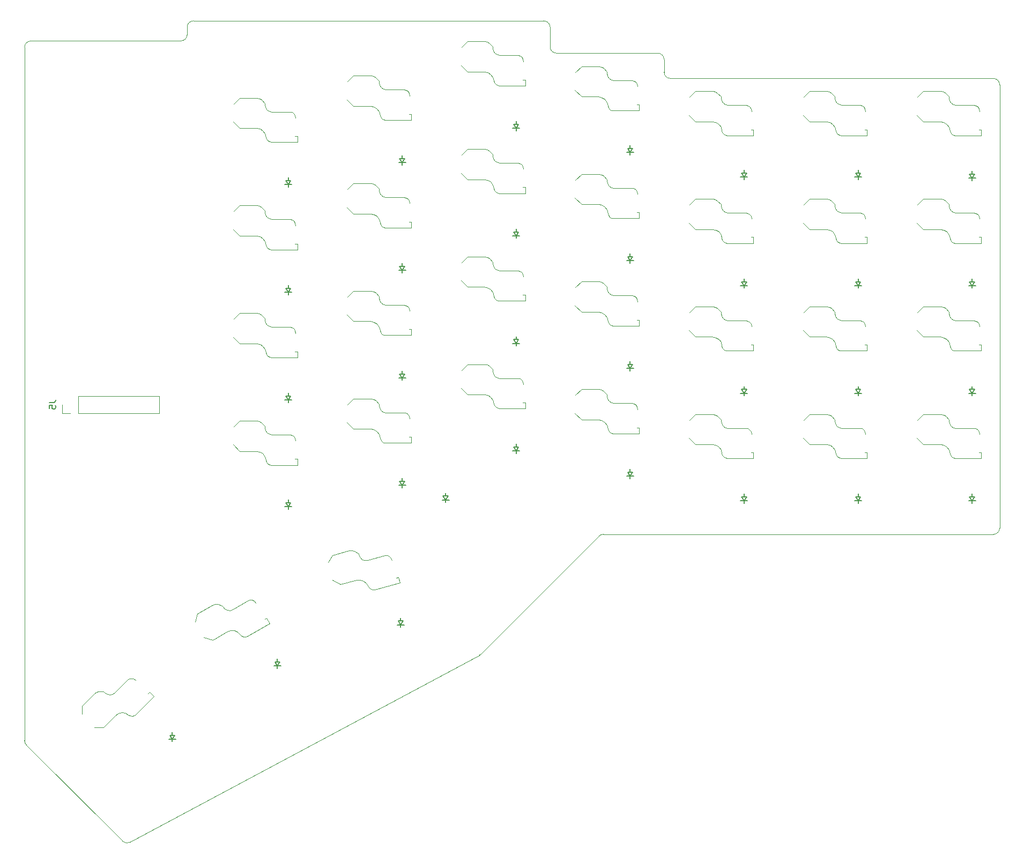
<source format=gbr>
%TF.GenerationSoftware,KiCad,Pcbnew,8.0.5*%
%TF.CreationDate,2024-10-11T21:29:17+02:00*%
%TF.ProjectId,vaucasy_right,76617563-6173-4795-9f72-696768742e6b,rev?*%
%TF.SameCoordinates,Original*%
%TF.FileFunction,Legend,Bot*%
%TF.FilePolarity,Positive*%
%FSLAX46Y46*%
G04 Gerber Fmt 4.6, Leading zero omitted, Abs format (unit mm)*
G04 Created by KiCad (PCBNEW 8.0.5) date 2024-10-11 21:29:17*
%MOMM*%
%LPD*%
G01*
G04 APERTURE LIST*
%ADD10C,0.150000*%
%ADD11C,0.120000*%
%TA.AperFunction,Profile*%
%ADD12C,0.050000*%
%TD*%
G04 APERTURE END LIST*
D10*
X28922319Y-88179166D02*
X29636604Y-88179166D01*
X29636604Y-88179166D02*
X29779461Y-88131547D01*
X29779461Y-88131547D02*
X29874700Y-88036309D01*
X29874700Y-88036309D02*
X29922319Y-87893452D01*
X29922319Y-87893452D02*
X29922319Y-87798214D01*
X28922319Y-89131547D02*
X28922319Y-88655357D01*
X28922319Y-88655357D02*
X29398509Y-88607738D01*
X29398509Y-88607738D02*
X29350890Y-88655357D01*
X29350890Y-88655357D02*
X29303271Y-88750595D01*
X29303271Y-88750595D02*
X29303271Y-88988690D01*
X29303271Y-88988690D02*
X29350890Y-89083928D01*
X29350890Y-89083928D02*
X29398509Y-89131547D01*
X29398509Y-89131547D02*
X29493747Y-89179166D01*
X29493747Y-89179166D02*
X29731842Y-89179166D01*
X29731842Y-89179166D02*
X29827080Y-89131547D01*
X29827080Y-89131547D02*
X29874700Y-89083928D01*
X29874700Y-89083928D02*
X29922319Y-88988690D01*
X29922319Y-88988690D02*
X29922319Y-88750595D01*
X29922319Y-88750595D02*
X29874700Y-88655357D01*
X29874700Y-88655357D02*
X29827080Y-88607738D01*
D11*
%TO.C,S5*%
X130009000Y-39953500D02*
X130946000Y-39016500D01*
X130946000Y-39016500D02*
X133693000Y-39016500D01*
X130946000Y-43808500D02*
X129925000Y-42787500D01*
X133593000Y-43808500D02*
X130946000Y-43808500D01*
X133693000Y-39016500D02*
X134096000Y-39096500D01*
X134096000Y-39096500D02*
X134438000Y-39325500D01*
X134155000Y-43913500D02*
X133593000Y-43808500D01*
X134438000Y-39325500D02*
X134971000Y-39858500D01*
X134634000Y-44212500D02*
X134155000Y-43913500D01*
X134971000Y-39858500D02*
X134971000Y-40080500D01*
X134971000Y-40080500D02*
X135058000Y-40518500D01*
X134972000Y-44665500D02*
X134634000Y-44212500D01*
X135058000Y-40518500D02*
X135302000Y-40885500D01*
X135126000Y-45223500D02*
X134972000Y-44665500D01*
X135208000Y-45521500D02*
X135126000Y-45223500D01*
X135302000Y-40885500D02*
X135669000Y-41129500D01*
X135401000Y-45779500D02*
X135208000Y-45521500D01*
X135669000Y-41129500D02*
X136107000Y-41216500D01*
X135675000Y-45949500D02*
X135401000Y-45779500D01*
X135985000Y-46008500D02*
X135675000Y-45949500D01*
X136107000Y-41216500D02*
X138907000Y-41216500D01*
X138907000Y-41216500D02*
X139234000Y-41281500D01*
X139234000Y-41281500D02*
X139517000Y-41470500D01*
X139517000Y-41470500D02*
X139706000Y-41753500D01*
X139706000Y-41753500D02*
X139791000Y-42180500D01*
X139708000Y-45066500D02*
X140071000Y-45066500D01*
X140071000Y-45066500D02*
X140071000Y-46008500D01*
X140071000Y-46008500D02*
X135985000Y-46008500D01*
%TO.C,S27*%
X148009000Y-73953500D02*
X148946000Y-73016500D01*
X148946000Y-73016500D02*
X151693000Y-73016500D01*
X148946000Y-77808500D02*
X147925000Y-76787500D01*
X151593000Y-77808500D02*
X148946000Y-77808500D01*
X151693000Y-73016500D02*
X152096000Y-73096500D01*
X152096000Y-73096500D02*
X152438000Y-73325500D01*
X152155000Y-77913500D02*
X151593000Y-77808500D01*
X152438000Y-73325500D02*
X152971000Y-73858500D01*
X152634000Y-78212500D02*
X152155000Y-77913500D01*
X152971000Y-73858500D02*
X152971000Y-74080500D01*
X152971000Y-74080500D02*
X153058000Y-74518500D01*
X152972000Y-78665500D02*
X152634000Y-78212500D01*
X153058000Y-74518500D02*
X153302000Y-74885500D01*
X153126000Y-79223500D02*
X152972000Y-78665500D01*
X153208000Y-79521500D02*
X153126000Y-79223500D01*
X153302000Y-74885500D02*
X153669000Y-75129500D01*
X153401000Y-79779500D02*
X153208000Y-79521500D01*
X153669000Y-75129500D02*
X154107000Y-75216500D01*
X153675000Y-79949500D02*
X153401000Y-79779500D01*
X153985000Y-80008500D02*
X153675000Y-79949500D01*
X154107000Y-75216500D02*
X156907000Y-75216500D01*
X156907000Y-75216500D02*
X157234000Y-75281500D01*
X157234000Y-75281500D02*
X157517000Y-75470500D01*
X157517000Y-75470500D02*
X157706000Y-75753500D01*
X157706000Y-75753500D02*
X157791000Y-76180500D01*
X157708000Y-79066500D02*
X158071000Y-79066500D01*
X158071000Y-79066500D02*
X158071000Y-80008500D01*
X158071000Y-80008500D02*
X153985000Y-80008500D01*
%TO.C,S3*%
X94009000Y-32078500D02*
X94946000Y-31141500D01*
X94946000Y-31141500D02*
X97693000Y-31141500D01*
X94946000Y-35933500D02*
X93925000Y-34912500D01*
X97593000Y-35933500D02*
X94946000Y-35933500D01*
X97693000Y-31141500D02*
X98096000Y-31221500D01*
X98096000Y-31221500D02*
X98438000Y-31450500D01*
X98155000Y-36038500D02*
X97593000Y-35933500D01*
X98438000Y-31450500D02*
X98971000Y-31983500D01*
X98634000Y-36337500D02*
X98155000Y-36038500D01*
X98971000Y-31983500D02*
X98971000Y-32205500D01*
X98971000Y-32205500D02*
X99058000Y-32643500D01*
X98972000Y-36790500D02*
X98634000Y-36337500D01*
X99058000Y-32643500D02*
X99302000Y-33010500D01*
X99126000Y-37348500D02*
X98972000Y-36790500D01*
X99208000Y-37646500D02*
X99126000Y-37348500D01*
X99302000Y-33010500D02*
X99669000Y-33254500D01*
X99401000Y-37904500D02*
X99208000Y-37646500D01*
X99669000Y-33254500D02*
X100107000Y-33341500D01*
X99675000Y-38074500D02*
X99401000Y-37904500D01*
X99985000Y-38133500D02*
X99675000Y-38074500D01*
X100107000Y-33341500D02*
X102907000Y-33341500D01*
X102907000Y-33341500D02*
X103234000Y-33406500D01*
X103234000Y-33406500D02*
X103517000Y-33595500D01*
X103517000Y-33595500D02*
X103706000Y-33878500D01*
X103706000Y-33878500D02*
X103791000Y-34305500D01*
X103708000Y-37191500D02*
X104071000Y-37191500D01*
X104071000Y-37191500D02*
X104071000Y-38133500D01*
X104071000Y-38133500D02*
X99985000Y-38133500D01*
%TO.C,S19*%
X76009000Y-71503500D02*
X76946000Y-70566500D01*
X76946000Y-70566500D02*
X79693000Y-70566500D01*
X76946000Y-75358500D02*
X75925000Y-74337500D01*
X79593000Y-75358500D02*
X76946000Y-75358500D01*
X79693000Y-70566500D02*
X80096000Y-70646500D01*
X80096000Y-70646500D02*
X80438000Y-70875500D01*
X80155000Y-75463500D02*
X79593000Y-75358500D01*
X80438000Y-70875500D02*
X80971000Y-71408500D01*
X80634000Y-75762500D02*
X80155000Y-75463500D01*
X80971000Y-71408500D02*
X80971000Y-71630500D01*
X80971000Y-71630500D02*
X81058000Y-72068500D01*
X80972000Y-76215500D02*
X80634000Y-75762500D01*
X81058000Y-72068500D02*
X81302000Y-72435500D01*
X81126000Y-76773500D02*
X80972000Y-76215500D01*
X81208000Y-77071500D02*
X81126000Y-76773500D01*
X81302000Y-72435500D02*
X81669000Y-72679500D01*
X81401000Y-77329500D02*
X81208000Y-77071500D01*
X81669000Y-72679500D02*
X82107000Y-72766500D01*
X81675000Y-77499500D02*
X81401000Y-77329500D01*
X81985000Y-77558500D02*
X81675000Y-77499500D01*
X82107000Y-72766500D02*
X84907000Y-72766500D01*
X84907000Y-72766500D02*
X85234000Y-72831500D01*
X85234000Y-72831500D02*
X85517000Y-73020500D01*
X85517000Y-73020500D02*
X85706000Y-73303500D01*
X85706000Y-73303500D02*
X85791000Y-73730500D01*
X85708000Y-76616500D02*
X86071000Y-76616500D01*
X86071000Y-76616500D02*
X86071000Y-77558500D01*
X86071000Y-77558500D02*
X81985000Y-77558500D01*
%TO.C,S28*%
X148009000Y-90953500D02*
X148946000Y-90016500D01*
X148946000Y-90016500D02*
X151693000Y-90016500D01*
X148946000Y-94808500D02*
X147925000Y-93787500D01*
X151593000Y-94808500D02*
X148946000Y-94808500D01*
X151693000Y-90016500D02*
X152096000Y-90096500D01*
X152096000Y-90096500D02*
X152438000Y-90325500D01*
X152155000Y-94913500D02*
X151593000Y-94808500D01*
X152438000Y-90325500D02*
X152971000Y-90858500D01*
X152634000Y-95212500D02*
X152155000Y-94913500D01*
X152971000Y-90858500D02*
X152971000Y-91080500D01*
X152971000Y-91080500D02*
X153058000Y-91518500D01*
X152972000Y-95665500D02*
X152634000Y-95212500D01*
X153058000Y-91518500D02*
X153302000Y-91885500D01*
X153126000Y-96223500D02*
X152972000Y-95665500D01*
X153208000Y-96521500D02*
X153126000Y-96223500D01*
X153302000Y-91885500D02*
X153669000Y-92129500D01*
X153401000Y-96779500D02*
X153208000Y-96521500D01*
X153669000Y-92129500D02*
X154107000Y-92216500D01*
X153675000Y-96949500D02*
X153401000Y-96779500D01*
X153985000Y-97008500D02*
X153675000Y-96949500D01*
X154107000Y-92216500D02*
X156907000Y-92216500D01*
X156907000Y-92216500D02*
X157234000Y-92281500D01*
X157234000Y-92281500D02*
X157517000Y-92470500D01*
X157517000Y-92470500D02*
X157706000Y-92753500D01*
X157706000Y-92753500D02*
X157791000Y-93180500D01*
X157708000Y-96066500D02*
X158071000Y-96066500D01*
X158071000Y-96066500D02*
X158071000Y-97008500D01*
X158071000Y-97008500D02*
X153985000Y-97008500D01*
%TO.C,S7*%
X166009000Y-39953500D02*
X166946000Y-39016500D01*
X166946000Y-39016500D02*
X169693000Y-39016500D01*
X166946000Y-43808500D02*
X165925000Y-42787500D01*
X169593000Y-43808500D02*
X166946000Y-43808500D01*
X169693000Y-39016500D02*
X170096000Y-39096500D01*
X170096000Y-39096500D02*
X170438000Y-39325500D01*
X170155000Y-43913500D02*
X169593000Y-43808500D01*
X170438000Y-39325500D02*
X170971000Y-39858500D01*
X170634000Y-44212500D02*
X170155000Y-43913500D01*
X170971000Y-39858500D02*
X170971000Y-40080500D01*
X170971000Y-40080500D02*
X171058000Y-40518500D01*
X170972000Y-44665500D02*
X170634000Y-44212500D01*
X171058000Y-40518500D02*
X171302000Y-40885500D01*
X171126000Y-45223500D02*
X170972000Y-44665500D01*
X171208000Y-45521500D02*
X171126000Y-45223500D01*
X171302000Y-40885500D02*
X171669000Y-41129500D01*
X171401000Y-45779500D02*
X171208000Y-45521500D01*
X171669000Y-41129500D02*
X172107000Y-41216500D01*
X171675000Y-45949500D02*
X171401000Y-45779500D01*
X171985000Y-46008500D02*
X171675000Y-45949500D01*
X172107000Y-41216500D02*
X174907000Y-41216500D01*
X174907000Y-41216500D02*
X175234000Y-41281500D01*
X175234000Y-41281500D02*
X175517000Y-41470500D01*
X175517000Y-41470500D02*
X175706000Y-41753500D01*
X175706000Y-41753500D02*
X175791000Y-42180500D01*
X175708000Y-45066500D02*
X176071000Y-45066500D01*
X176071000Y-45066500D02*
X176071000Y-46008500D01*
X176071000Y-46008500D02*
X171985000Y-46008500D01*
%TO.C,S30*%
X166009000Y-90953500D02*
X166946000Y-90016500D01*
X166946000Y-90016500D02*
X169693000Y-90016500D01*
X166946000Y-94808500D02*
X165925000Y-93787500D01*
X169593000Y-94808500D02*
X166946000Y-94808500D01*
X169693000Y-90016500D02*
X170096000Y-90096500D01*
X170096000Y-90096500D02*
X170438000Y-90325500D01*
X170155000Y-94913500D02*
X169593000Y-94808500D01*
X170438000Y-90325500D02*
X170971000Y-90858500D01*
X170634000Y-95212500D02*
X170155000Y-94913500D01*
X170971000Y-90858500D02*
X170971000Y-91080500D01*
X170971000Y-91080500D02*
X171058000Y-91518500D01*
X170972000Y-95665500D02*
X170634000Y-95212500D01*
X171058000Y-91518500D02*
X171302000Y-91885500D01*
X171126000Y-96223500D02*
X170972000Y-95665500D01*
X171208000Y-96521500D02*
X171126000Y-96223500D01*
X171302000Y-91885500D02*
X171669000Y-92129500D01*
X171401000Y-96779500D02*
X171208000Y-96521500D01*
X171669000Y-92129500D02*
X172107000Y-92216500D01*
X171675000Y-96949500D02*
X171401000Y-96779500D01*
X171985000Y-97008500D02*
X171675000Y-96949500D01*
X172107000Y-92216500D02*
X174907000Y-92216500D01*
X174907000Y-92216500D02*
X175234000Y-92281500D01*
X175234000Y-92281500D02*
X175517000Y-92470500D01*
X175517000Y-92470500D02*
X175706000Y-92753500D01*
X175706000Y-92753500D02*
X175791000Y-93180500D01*
X175708000Y-96066500D02*
X176071000Y-96066500D01*
X176071000Y-96066500D02*
X176071000Y-97008500D01*
X176071000Y-97008500D02*
X171985000Y-97008500D01*
%TO.C,S14*%
X148009000Y-56953500D02*
X148946000Y-56016500D01*
X148946000Y-56016500D02*
X151693000Y-56016500D01*
X148946000Y-60808500D02*
X147925000Y-59787500D01*
X151593000Y-60808500D02*
X148946000Y-60808500D01*
X151693000Y-56016500D02*
X152096000Y-56096500D01*
X152096000Y-56096500D02*
X152438000Y-56325500D01*
X152155000Y-60913500D02*
X151593000Y-60808500D01*
X152438000Y-56325500D02*
X152971000Y-56858500D01*
X152634000Y-61212500D02*
X152155000Y-60913500D01*
X152971000Y-56858500D02*
X152971000Y-57080500D01*
X152971000Y-57080500D02*
X153058000Y-57518500D01*
X152972000Y-61665500D02*
X152634000Y-61212500D01*
X153058000Y-57518500D02*
X153302000Y-57885500D01*
X153126000Y-62223500D02*
X152972000Y-61665500D01*
X153208000Y-62521500D02*
X153126000Y-62223500D01*
X153302000Y-57885500D02*
X153669000Y-58129500D01*
X153401000Y-62779500D02*
X153208000Y-62521500D01*
X153669000Y-58129500D02*
X154107000Y-58216500D01*
X153675000Y-62949500D02*
X153401000Y-62779500D01*
X153985000Y-63008500D02*
X153675000Y-62949500D01*
X154107000Y-58216500D02*
X156907000Y-58216500D01*
X156907000Y-58216500D02*
X157234000Y-58281500D01*
X157234000Y-58281500D02*
X157517000Y-58470500D01*
X157517000Y-58470500D02*
X157706000Y-58753500D01*
X157706000Y-58753500D02*
X157791000Y-59180500D01*
X157708000Y-62066500D02*
X158071000Y-62066500D01*
X158071000Y-62066500D02*
X158071000Y-63008500D01*
X158071000Y-63008500D02*
X153985000Y-63008500D01*
%TO.C,S6*%
X148009000Y-39953500D02*
X148946000Y-39016500D01*
X148946000Y-39016500D02*
X151693000Y-39016500D01*
X148946000Y-43808500D02*
X147925000Y-42787500D01*
X151593000Y-43808500D02*
X148946000Y-43808500D01*
X151693000Y-39016500D02*
X152096000Y-39096500D01*
X152096000Y-39096500D02*
X152438000Y-39325500D01*
X152155000Y-43913500D02*
X151593000Y-43808500D01*
X152438000Y-39325500D02*
X152971000Y-39858500D01*
X152634000Y-44212500D02*
X152155000Y-43913500D01*
X152971000Y-39858500D02*
X152971000Y-40080500D01*
X152971000Y-40080500D02*
X153058000Y-40518500D01*
X152972000Y-44665500D02*
X152634000Y-44212500D01*
X153058000Y-40518500D02*
X153302000Y-40885500D01*
X153126000Y-45223500D02*
X152972000Y-44665500D01*
X153208000Y-45521500D02*
X153126000Y-45223500D01*
X153302000Y-40885500D02*
X153669000Y-41129500D01*
X153401000Y-45779500D02*
X153208000Y-45521500D01*
X153669000Y-41129500D02*
X154107000Y-41216500D01*
X153675000Y-45949500D02*
X153401000Y-45779500D01*
X153985000Y-46008500D02*
X153675000Y-45949500D01*
X154107000Y-41216500D02*
X156907000Y-41216500D01*
X156907000Y-41216500D02*
X157234000Y-41281500D01*
X157234000Y-41281500D02*
X157517000Y-41470500D01*
X157517000Y-41470500D02*
X157706000Y-41753500D01*
X157706000Y-41753500D02*
X157791000Y-42180500D01*
X157708000Y-45066500D02*
X158071000Y-45066500D01*
X158071000Y-45066500D02*
X158071000Y-46008500D01*
X158071000Y-46008500D02*
X153985000Y-46008500D01*
%TO.C,S15*%
X166009000Y-56953500D02*
X166946000Y-56016500D01*
X166946000Y-56016500D02*
X169693000Y-56016500D01*
X166946000Y-60808500D02*
X165925000Y-59787500D01*
X169593000Y-60808500D02*
X166946000Y-60808500D01*
X169693000Y-56016500D02*
X170096000Y-56096500D01*
X170096000Y-56096500D02*
X170438000Y-56325500D01*
X170155000Y-60913500D02*
X169593000Y-60808500D01*
X170438000Y-56325500D02*
X170971000Y-56858500D01*
X170634000Y-61212500D02*
X170155000Y-60913500D01*
X170971000Y-56858500D02*
X170971000Y-57080500D01*
X170971000Y-57080500D02*
X171058000Y-57518500D01*
X170972000Y-61665500D02*
X170634000Y-61212500D01*
X171058000Y-57518500D02*
X171302000Y-57885500D01*
X171126000Y-62223500D02*
X170972000Y-61665500D01*
X171208000Y-62521500D02*
X171126000Y-62223500D01*
X171302000Y-57885500D02*
X171669000Y-58129500D01*
X171401000Y-62779500D02*
X171208000Y-62521500D01*
X171669000Y-58129500D02*
X172107000Y-58216500D01*
X171675000Y-62949500D02*
X171401000Y-62779500D01*
X171985000Y-63008500D02*
X171675000Y-62949500D01*
X172107000Y-58216500D02*
X174907000Y-58216500D01*
X174907000Y-58216500D02*
X175234000Y-58281500D01*
X175234000Y-58281500D02*
X175517000Y-58470500D01*
X175517000Y-58470500D02*
X175706000Y-58753500D01*
X175706000Y-58753500D02*
X175791000Y-59180500D01*
X175708000Y-62066500D02*
X176071000Y-62066500D01*
X176071000Y-62066500D02*
X176071000Y-63008500D01*
X176071000Y-63008500D02*
X171985000Y-63008500D01*
%TO.C,S29*%
X166009000Y-73953500D02*
X166946000Y-73016500D01*
X166946000Y-73016500D02*
X169693000Y-73016500D01*
X166946000Y-77808500D02*
X165925000Y-76787500D01*
X169593000Y-77808500D02*
X166946000Y-77808500D01*
X169693000Y-73016500D02*
X170096000Y-73096500D01*
X170096000Y-73096500D02*
X170438000Y-73325500D01*
X170155000Y-77913500D02*
X169593000Y-77808500D01*
X170438000Y-73325500D02*
X170971000Y-73858500D01*
X170634000Y-78212500D02*
X170155000Y-77913500D01*
X170971000Y-73858500D02*
X170971000Y-74080500D01*
X170971000Y-74080500D02*
X171058000Y-74518500D01*
X170972000Y-78665500D02*
X170634000Y-78212500D01*
X171058000Y-74518500D02*
X171302000Y-74885500D01*
X171126000Y-79223500D02*
X170972000Y-78665500D01*
X171208000Y-79521500D02*
X171126000Y-79223500D01*
X171302000Y-74885500D02*
X171669000Y-75129500D01*
X171401000Y-79779500D02*
X171208000Y-79521500D01*
X171669000Y-75129500D02*
X172107000Y-75216500D01*
X171675000Y-79949500D02*
X171401000Y-79779500D01*
X171985000Y-80008500D02*
X171675000Y-79949500D01*
X172107000Y-75216500D02*
X174907000Y-75216500D01*
X174907000Y-75216500D02*
X175234000Y-75281500D01*
X175234000Y-75281500D02*
X175517000Y-75470500D01*
X175517000Y-75470500D02*
X175706000Y-75753500D01*
X175706000Y-75753500D02*
X175791000Y-76180500D01*
X175708000Y-79066500D02*
X176071000Y-79066500D01*
X176071000Y-79066500D02*
X176071000Y-80008500D01*
X176071000Y-80008500D02*
X171985000Y-80008500D01*
%TO.C,S22*%
X94009000Y-83078500D02*
X94946000Y-82141500D01*
X94946000Y-82141500D02*
X97693000Y-82141500D01*
X94946000Y-86933500D02*
X93925000Y-85912500D01*
X97593000Y-86933500D02*
X94946000Y-86933500D01*
X97693000Y-82141500D02*
X98096000Y-82221500D01*
X98096000Y-82221500D02*
X98438000Y-82450500D01*
X98155000Y-87038500D02*
X97593000Y-86933500D01*
X98438000Y-82450500D02*
X98971000Y-82983500D01*
X98634000Y-87337500D02*
X98155000Y-87038500D01*
X98971000Y-82983500D02*
X98971000Y-83205500D01*
X98971000Y-83205500D02*
X99058000Y-83643500D01*
X98972000Y-87790500D02*
X98634000Y-87337500D01*
X99058000Y-83643500D02*
X99302000Y-84010500D01*
X99126000Y-88348500D02*
X98972000Y-87790500D01*
X99208000Y-88646500D02*
X99126000Y-88348500D01*
X99302000Y-84010500D02*
X99669000Y-84254500D01*
X99401000Y-88904500D02*
X99208000Y-88646500D01*
X99669000Y-84254500D02*
X100107000Y-84341500D01*
X99675000Y-89074500D02*
X99401000Y-88904500D01*
X99985000Y-89133500D02*
X99675000Y-89074500D01*
X100107000Y-84341500D02*
X102907000Y-84341500D01*
X102907000Y-84341500D02*
X103234000Y-84406500D01*
X103234000Y-84406500D02*
X103517000Y-84595500D01*
X103517000Y-84595500D02*
X103706000Y-84878500D01*
X103706000Y-84878500D02*
X103791000Y-85305500D01*
X103708000Y-88191500D02*
X104071000Y-88191500D01*
X104071000Y-88191500D02*
X104071000Y-89133500D01*
X104071000Y-89133500D02*
X99985000Y-89133500D01*
%TO.C,S26*%
X130009000Y-90953500D02*
X130946000Y-90016500D01*
X130946000Y-90016500D02*
X133693000Y-90016500D01*
X130946000Y-94808500D02*
X129925000Y-93787500D01*
X133593000Y-94808500D02*
X130946000Y-94808500D01*
X133693000Y-90016500D02*
X134096000Y-90096500D01*
X134096000Y-90096500D02*
X134438000Y-90325500D01*
X134155000Y-94913500D02*
X133593000Y-94808500D01*
X134438000Y-90325500D02*
X134971000Y-90858500D01*
X134634000Y-95212500D02*
X134155000Y-94913500D01*
X134971000Y-90858500D02*
X134971000Y-91080500D01*
X134971000Y-91080500D02*
X135058000Y-91518500D01*
X134972000Y-95665500D02*
X134634000Y-95212500D01*
X135058000Y-91518500D02*
X135302000Y-91885500D01*
X135126000Y-96223500D02*
X134972000Y-95665500D01*
X135208000Y-96521500D02*
X135126000Y-96223500D01*
X135302000Y-91885500D02*
X135669000Y-92129500D01*
X135401000Y-96779500D02*
X135208000Y-96521500D01*
X135669000Y-92129500D02*
X136107000Y-92216500D01*
X135675000Y-96949500D02*
X135401000Y-96779500D01*
X135985000Y-97008500D02*
X135675000Y-96949500D01*
X136107000Y-92216500D02*
X138907000Y-92216500D01*
X138907000Y-92216500D02*
X139234000Y-92281500D01*
X139234000Y-92281500D02*
X139517000Y-92470500D01*
X139517000Y-92470500D02*
X139706000Y-92753500D01*
X139706000Y-92753500D02*
X139791000Y-93180500D01*
X139708000Y-96066500D02*
X140071000Y-96066500D01*
X140071000Y-96066500D02*
X140071000Y-97008500D01*
X140071000Y-97008500D02*
X135985000Y-97008500D01*
%TO.C,S23*%
X112009000Y-70028500D02*
X112946000Y-69091500D01*
X112946000Y-69091500D02*
X115693000Y-69091500D01*
X112946000Y-73883500D02*
X111925000Y-72862500D01*
X115593000Y-73883500D02*
X112946000Y-73883500D01*
X115693000Y-69091500D02*
X116096000Y-69171500D01*
X116096000Y-69171500D02*
X116438000Y-69400500D01*
X116155000Y-73988500D02*
X115593000Y-73883500D01*
X116438000Y-69400500D02*
X116971000Y-69933500D01*
X116634000Y-74287500D02*
X116155000Y-73988500D01*
X116971000Y-69933500D02*
X116971000Y-70155500D01*
X116971000Y-70155500D02*
X117058000Y-70593500D01*
X116972000Y-74740500D02*
X116634000Y-74287500D01*
X117058000Y-70593500D02*
X117302000Y-70960500D01*
X117126000Y-75298500D02*
X116972000Y-74740500D01*
X117208000Y-75596500D02*
X117126000Y-75298500D01*
X117302000Y-70960500D02*
X117669000Y-71204500D01*
X117401000Y-75854500D02*
X117208000Y-75596500D01*
X117669000Y-71204500D02*
X118107000Y-71291500D01*
X117675000Y-76024500D02*
X117401000Y-75854500D01*
X117985000Y-76083500D02*
X117675000Y-76024500D01*
X118107000Y-71291500D02*
X120907000Y-71291500D01*
X120907000Y-71291500D02*
X121234000Y-71356500D01*
X121234000Y-71356500D02*
X121517000Y-71545500D01*
X121517000Y-71545500D02*
X121706000Y-71828500D01*
X121706000Y-71828500D02*
X121791000Y-72255500D01*
X121708000Y-75141500D02*
X122071000Y-75141500D01*
X122071000Y-75141500D02*
X122071000Y-76083500D01*
X122071000Y-76083500D02*
X117985000Y-76083500D01*
%TO.C,S1*%
X58009000Y-41003500D02*
X58946000Y-40066500D01*
X58946000Y-40066500D02*
X61693000Y-40066500D01*
X58946000Y-44858500D02*
X57925000Y-43837500D01*
X61593000Y-44858500D02*
X58946000Y-44858500D01*
X61693000Y-40066500D02*
X62096000Y-40146500D01*
X62096000Y-40146500D02*
X62438000Y-40375500D01*
X62155000Y-44963500D02*
X61593000Y-44858500D01*
X62438000Y-40375500D02*
X62971000Y-40908500D01*
X62634000Y-45262500D02*
X62155000Y-44963500D01*
X62971000Y-40908500D02*
X62971000Y-41130500D01*
X62971000Y-41130500D02*
X63058000Y-41568500D01*
X62972000Y-45715500D02*
X62634000Y-45262500D01*
X63058000Y-41568500D02*
X63302000Y-41935500D01*
X63126000Y-46273500D02*
X62972000Y-45715500D01*
X63208000Y-46571500D02*
X63126000Y-46273500D01*
X63302000Y-41935500D02*
X63669000Y-42179500D01*
X63401000Y-46829500D02*
X63208000Y-46571500D01*
X63669000Y-42179500D02*
X64107000Y-42266500D01*
X63675000Y-46999500D02*
X63401000Y-46829500D01*
X63985000Y-47058500D02*
X63675000Y-46999500D01*
X64107000Y-42266500D02*
X66907000Y-42266500D01*
X66907000Y-42266500D02*
X67234000Y-42331500D01*
X67234000Y-42331500D02*
X67517000Y-42520500D01*
X67517000Y-42520500D02*
X67706000Y-42803500D01*
X67706000Y-42803500D02*
X67791000Y-43230500D01*
X67708000Y-46116500D02*
X68071000Y-46116500D01*
X68071000Y-46116500D02*
X68071000Y-47058500D01*
X68071000Y-47058500D02*
X63985000Y-47058500D01*
%TO.C,S13*%
X130009000Y-56953500D02*
X130946000Y-56016500D01*
X130946000Y-56016500D02*
X133693000Y-56016500D01*
X130946000Y-60808500D02*
X129925000Y-59787500D01*
X133593000Y-60808500D02*
X130946000Y-60808500D01*
X133693000Y-56016500D02*
X134096000Y-56096500D01*
X134096000Y-56096500D02*
X134438000Y-56325500D01*
X134155000Y-60913500D02*
X133593000Y-60808500D01*
X134438000Y-56325500D02*
X134971000Y-56858500D01*
X134634000Y-61212500D02*
X134155000Y-60913500D01*
X134971000Y-56858500D02*
X134971000Y-57080500D01*
X134971000Y-57080500D02*
X135058000Y-57518500D01*
X134972000Y-61665500D02*
X134634000Y-61212500D01*
X135058000Y-57518500D02*
X135302000Y-57885500D01*
X135126000Y-62223500D02*
X134972000Y-61665500D01*
X135208000Y-62521500D02*
X135126000Y-62223500D01*
X135302000Y-57885500D02*
X135669000Y-58129500D01*
X135401000Y-62779500D02*
X135208000Y-62521500D01*
X135669000Y-58129500D02*
X136107000Y-58216500D01*
X135675000Y-62949500D02*
X135401000Y-62779500D01*
X135985000Y-63008500D02*
X135675000Y-62949500D01*
X136107000Y-58216500D02*
X138907000Y-58216500D01*
X138907000Y-58216500D02*
X139234000Y-58281500D01*
X139234000Y-58281500D02*
X139517000Y-58470500D01*
X139517000Y-58470500D02*
X139706000Y-58753500D01*
X139706000Y-58753500D02*
X139791000Y-59180500D01*
X139708000Y-62066500D02*
X140071000Y-62066500D01*
X140071000Y-62066500D02*
X140071000Y-63008500D01*
X140071000Y-63008500D02*
X135985000Y-63008500D01*
%TO.C,S9*%
X58009000Y-58003500D02*
X58946000Y-57066500D01*
X58946000Y-57066500D02*
X61693000Y-57066500D01*
X58946000Y-61858500D02*
X57925000Y-60837500D01*
X61593000Y-61858500D02*
X58946000Y-61858500D01*
X61693000Y-57066500D02*
X62096000Y-57146500D01*
X62096000Y-57146500D02*
X62438000Y-57375500D01*
X62155000Y-61963500D02*
X61593000Y-61858500D01*
X62438000Y-57375500D02*
X62971000Y-57908500D01*
X62634000Y-62262500D02*
X62155000Y-61963500D01*
X62971000Y-57908500D02*
X62971000Y-58130500D01*
X62971000Y-58130500D02*
X63058000Y-58568500D01*
X62972000Y-62715500D02*
X62634000Y-62262500D01*
X63058000Y-58568500D02*
X63302000Y-58935500D01*
X63126000Y-63273500D02*
X62972000Y-62715500D01*
X63208000Y-63571500D02*
X63126000Y-63273500D01*
X63302000Y-58935500D02*
X63669000Y-59179500D01*
X63401000Y-63829500D02*
X63208000Y-63571500D01*
X63669000Y-59179500D02*
X64107000Y-59266500D01*
X63675000Y-63999500D02*
X63401000Y-63829500D01*
X63985000Y-64058500D02*
X63675000Y-63999500D01*
X64107000Y-59266500D02*
X66907000Y-59266500D01*
X66907000Y-59266500D02*
X67234000Y-59331500D01*
X67234000Y-59331500D02*
X67517000Y-59520500D01*
X67517000Y-59520500D02*
X67706000Y-59803500D01*
X67706000Y-59803500D02*
X67791000Y-60230500D01*
X67708000Y-63116500D02*
X68071000Y-63116500D01*
X68071000Y-63116500D02*
X68071000Y-64058500D01*
X68071000Y-64058500D02*
X63985000Y-64058500D01*
%TO.C,S4*%
X112009000Y-36028500D02*
X112946000Y-35091500D01*
X112946000Y-35091500D02*
X115693000Y-35091500D01*
X112946000Y-39883500D02*
X111925000Y-38862500D01*
X115593000Y-39883500D02*
X112946000Y-39883500D01*
X115693000Y-35091500D02*
X116096000Y-35171500D01*
X116096000Y-35171500D02*
X116438000Y-35400500D01*
X116155000Y-39988500D02*
X115593000Y-39883500D01*
X116438000Y-35400500D02*
X116971000Y-35933500D01*
X116634000Y-40287500D02*
X116155000Y-39988500D01*
X116971000Y-35933500D02*
X116971000Y-36155500D01*
X116971000Y-36155500D02*
X117058000Y-36593500D01*
X116972000Y-40740500D02*
X116634000Y-40287500D01*
X117058000Y-36593500D02*
X117302000Y-36960500D01*
X117126000Y-41298500D02*
X116972000Y-40740500D01*
X117208000Y-41596500D02*
X117126000Y-41298500D01*
X117302000Y-36960500D02*
X117669000Y-37204500D01*
X117401000Y-41854500D02*
X117208000Y-41596500D01*
X117669000Y-37204500D02*
X118107000Y-37291500D01*
X117675000Y-42024500D02*
X117401000Y-41854500D01*
X117985000Y-42083500D02*
X117675000Y-42024500D01*
X118107000Y-37291500D02*
X120907000Y-37291500D01*
X120907000Y-37291500D02*
X121234000Y-37356500D01*
X121234000Y-37356500D02*
X121517000Y-37545500D01*
X121517000Y-37545500D02*
X121706000Y-37828500D01*
X121706000Y-37828500D02*
X121791000Y-38255500D01*
X121708000Y-41141500D02*
X122071000Y-41141500D01*
X122071000Y-41141500D02*
X122071000Y-42083500D01*
X122071000Y-42083500D02*
X117985000Y-42083500D01*
%TO.C,S10*%
X76009000Y-54503500D02*
X76946000Y-53566500D01*
X76946000Y-53566500D02*
X79693000Y-53566500D01*
X76946000Y-58358500D02*
X75925000Y-57337500D01*
X79593000Y-58358500D02*
X76946000Y-58358500D01*
X79693000Y-53566500D02*
X80096000Y-53646500D01*
X80096000Y-53646500D02*
X80438000Y-53875500D01*
X80155000Y-58463500D02*
X79593000Y-58358500D01*
X80438000Y-53875500D02*
X80971000Y-54408500D01*
X80634000Y-58762500D02*
X80155000Y-58463500D01*
X80971000Y-54408500D02*
X80971000Y-54630500D01*
X80971000Y-54630500D02*
X81058000Y-55068500D01*
X80972000Y-59215500D02*
X80634000Y-58762500D01*
X81058000Y-55068500D02*
X81302000Y-55435500D01*
X81126000Y-59773500D02*
X80972000Y-59215500D01*
X81208000Y-60071500D02*
X81126000Y-59773500D01*
X81302000Y-55435500D02*
X81669000Y-55679500D01*
X81401000Y-60329500D02*
X81208000Y-60071500D01*
X81669000Y-55679500D02*
X82107000Y-55766500D01*
X81675000Y-60499500D02*
X81401000Y-60329500D01*
X81985000Y-60558500D02*
X81675000Y-60499500D01*
X82107000Y-55766500D02*
X84907000Y-55766500D01*
X84907000Y-55766500D02*
X85234000Y-55831500D01*
X85234000Y-55831500D02*
X85517000Y-56020500D01*
X85517000Y-56020500D02*
X85706000Y-56303500D01*
X85706000Y-56303500D02*
X85791000Y-56730500D01*
X85708000Y-59616500D02*
X86071000Y-59616500D01*
X86071000Y-59616500D02*
X86071000Y-60558500D01*
X86071000Y-60558500D02*
X81985000Y-60558500D01*
%TO.C,S11*%
X94009000Y-49078500D02*
X94946000Y-48141500D01*
X94946000Y-48141500D02*
X97693000Y-48141500D01*
X94946000Y-52933500D02*
X93925000Y-51912500D01*
X97593000Y-52933500D02*
X94946000Y-52933500D01*
X97693000Y-48141500D02*
X98096000Y-48221500D01*
X98096000Y-48221500D02*
X98438000Y-48450500D01*
X98155000Y-53038500D02*
X97593000Y-52933500D01*
X98438000Y-48450500D02*
X98971000Y-48983500D01*
X98634000Y-53337500D02*
X98155000Y-53038500D01*
X98971000Y-48983500D02*
X98971000Y-49205500D01*
X98971000Y-49205500D02*
X99058000Y-49643500D01*
X98972000Y-53790500D02*
X98634000Y-53337500D01*
X99058000Y-49643500D02*
X99302000Y-50010500D01*
X99126000Y-54348500D02*
X98972000Y-53790500D01*
X99208000Y-54646500D02*
X99126000Y-54348500D01*
X99302000Y-50010500D02*
X99669000Y-50254500D01*
X99401000Y-54904500D02*
X99208000Y-54646500D01*
X99669000Y-50254500D02*
X100107000Y-50341500D01*
X99675000Y-55074500D02*
X99401000Y-54904500D01*
X99985000Y-55133500D02*
X99675000Y-55074500D01*
X100107000Y-50341500D02*
X102907000Y-50341500D01*
X102907000Y-50341500D02*
X103234000Y-50406500D01*
X103234000Y-50406500D02*
X103517000Y-50595500D01*
X103517000Y-50595500D02*
X103706000Y-50878500D01*
X103706000Y-50878500D02*
X103791000Y-51305500D01*
X103708000Y-54191500D02*
X104071000Y-54191500D01*
X104071000Y-54191500D02*
X104071000Y-55133500D01*
X104071000Y-55133500D02*
X99985000Y-55133500D01*
%TO.C,S17*%
X58009000Y-75003500D02*
X58946000Y-74066500D01*
X58946000Y-74066500D02*
X61693000Y-74066500D01*
X58946000Y-78858500D02*
X57925000Y-77837500D01*
X61593000Y-78858500D02*
X58946000Y-78858500D01*
X61693000Y-74066500D02*
X62096000Y-74146500D01*
X62096000Y-74146500D02*
X62438000Y-74375500D01*
X62155000Y-78963500D02*
X61593000Y-78858500D01*
X62438000Y-74375500D02*
X62971000Y-74908500D01*
X62634000Y-79262500D02*
X62155000Y-78963500D01*
X62971000Y-74908500D02*
X62971000Y-75130500D01*
X62971000Y-75130500D02*
X63058000Y-75568500D01*
X62972000Y-79715500D02*
X62634000Y-79262500D01*
X63058000Y-75568500D02*
X63302000Y-75935500D01*
X63126000Y-80273500D02*
X62972000Y-79715500D01*
X63208000Y-80571500D02*
X63126000Y-80273500D01*
X63302000Y-75935500D02*
X63669000Y-76179500D01*
X63401000Y-80829500D02*
X63208000Y-80571500D01*
X63669000Y-76179500D02*
X64107000Y-76266500D01*
X63675000Y-80999500D02*
X63401000Y-80829500D01*
X63985000Y-81058500D02*
X63675000Y-80999500D01*
X64107000Y-76266500D02*
X66907000Y-76266500D01*
X66907000Y-76266500D02*
X67234000Y-76331500D01*
X67234000Y-76331500D02*
X67517000Y-76520500D01*
X67517000Y-76520500D02*
X67706000Y-76803500D01*
X67706000Y-76803500D02*
X67791000Y-77230500D01*
X67708000Y-80116500D02*
X68071000Y-80116500D01*
X68071000Y-80116500D02*
X68071000Y-81058500D01*
X68071000Y-81058500D02*
X63985000Y-81058500D01*
%TO.C,S24*%
X112009000Y-87028500D02*
X112946000Y-86091500D01*
X112946000Y-86091500D02*
X115693000Y-86091500D01*
X112946000Y-90883500D02*
X111925000Y-89862500D01*
X115593000Y-90883500D02*
X112946000Y-90883500D01*
X115693000Y-86091500D02*
X116096000Y-86171500D01*
X116096000Y-86171500D02*
X116438000Y-86400500D01*
X116155000Y-90988500D02*
X115593000Y-90883500D01*
X116438000Y-86400500D02*
X116971000Y-86933500D01*
X116634000Y-91287500D02*
X116155000Y-90988500D01*
X116971000Y-86933500D02*
X116971000Y-87155500D01*
X116971000Y-87155500D02*
X117058000Y-87593500D01*
X116972000Y-91740500D02*
X116634000Y-91287500D01*
X117058000Y-87593500D02*
X117302000Y-87960500D01*
X117126000Y-92298500D02*
X116972000Y-91740500D01*
X117208000Y-92596500D02*
X117126000Y-92298500D01*
X117302000Y-87960500D02*
X117669000Y-88204500D01*
X117401000Y-92854500D02*
X117208000Y-92596500D01*
X117669000Y-88204500D02*
X118107000Y-88291500D01*
X117675000Y-93024500D02*
X117401000Y-92854500D01*
X117985000Y-93083500D02*
X117675000Y-93024500D01*
X118107000Y-88291500D02*
X120907000Y-88291500D01*
X120907000Y-88291500D02*
X121234000Y-88356500D01*
X121234000Y-88356500D02*
X121517000Y-88545500D01*
X121517000Y-88545500D02*
X121706000Y-88828500D01*
X121706000Y-88828500D02*
X121791000Y-89255500D01*
X121708000Y-92141500D02*
X122071000Y-92141500D01*
X122071000Y-92141500D02*
X122071000Y-93083500D01*
X122071000Y-93083500D02*
X117985000Y-93083500D01*
%TO.C,S31*%
X72961233Y-113431263D02*
X73623792Y-112283677D01*
X73623792Y-112283677D02*
X76277190Y-111572700D01*
X74864053Y-116912393D02*
X73613589Y-116190437D01*
X76277190Y-111572700D02*
X76687164Y-111545671D01*
X76687164Y-111545671D02*
X77076780Y-111678352D01*
X77076780Y-111678352D02*
X77729569Y-112055240D01*
X77420858Y-116227299D02*
X74864053Y-116912393D01*
X77729569Y-112055240D02*
X77787026Y-112269675D01*
X77787026Y-112269675D02*
X77984425Y-112670233D01*
X77984425Y-112670233D02*
X78315098Y-112961576D01*
X77990884Y-116183265D02*
X77420858Y-116227299D01*
X78315098Y-112961576D02*
X78732744Y-113102275D01*
X78530950Y-116348103D02*
X77990884Y-116183265D01*
X78732744Y-113102275D02*
X79178337Y-113072949D01*
X78974678Y-116698186D02*
X78530950Y-116348103D01*
X79178337Y-113072949D02*
X81882929Y-112348255D01*
X79267852Y-117197314D02*
X78974678Y-116698186D01*
X79424186Y-117463937D02*
X79267852Y-117197314D01*
X79677385Y-117663194D02*
X79424186Y-117463937D01*
X79986048Y-117756485D02*
X79677385Y-117663194D01*
X80300755Y-117733241D02*
X79986048Y-117756485D01*
X81882929Y-112348255D02*
X82215610Y-112326407D01*
X82215610Y-112326407D02*
X82537884Y-112435721D01*
X82537884Y-112435721D02*
X82793690Y-112660161D01*
X82793690Y-112660161D02*
X82986309Y-113050611D01*
X83653090Y-115859755D02*
X84003720Y-115765803D01*
X84003720Y-115765803D02*
X84247528Y-116675706D01*
X84247528Y-116675706D02*
X80300755Y-117733241D01*
%TO.C,S2*%
X76009000Y-37503500D02*
X76946000Y-36566500D01*
X76946000Y-36566500D02*
X79693000Y-36566500D01*
X76946000Y-41358500D02*
X75925000Y-40337500D01*
X79593000Y-41358500D02*
X76946000Y-41358500D01*
X79693000Y-36566500D02*
X80096000Y-36646500D01*
X80096000Y-36646500D02*
X80438000Y-36875500D01*
X80155000Y-41463500D02*
X79593000Y-41358500D01*
X80438000Y-36875500D02*
X80971000Y-37408500D01*
X80634000Y-41762500D02*
X80155000Y-41463500D01*
X80971000Y-37408500D02*
X80971000Y-37630500D01*
X80971000Y-37630500D02*
X81058000Y-38068500D01*
X80972000Y-42215500D02*
X80634000Y-41762500D01*
X81058000Y-38068500D02*
X81302000Y-38435500D01*
X81126000Y-42773500D02*
X80972000Y-42215500D01*
X81208000Y-43071500D02*
X81126000Y-42773500D01*
X81302000Y-38435500D02*
X81669000Y-38679500D01*
X81401000Y-43329500D02*
X81208000Y-43071500D01*
X81669000Y-38679500D02*
X82107000Y-38766500D01*
X81675000Y-43499500D02*
X81401000Y-43329500D01*
X81985000Y-43558500D02*
X81675000Y-43499500D01*
X82107000Y-38766500D02*
X84907000Y-38766500D01*
X84907000Y-38766500D02*
X85234000Y-38831500D01*
X85234000Y-38831500D02*
X85517000Y-39020500D01*
X85517000Y-39020500D02*
X85706000Y-39303500D01*
X85706000Y-39303500D02*
X85791000Y-39730500D01*
X85708000Y-42616500D02*
X86071000Y-42616500D01*
X86071000Y-42616500D02*
X86071000Y-43558500D01*
X86071000Y-43558500D02*
X81985000Y-43558500D01*
%TO.C,S20*%
X76009000Y-88503500D02*
X76946000Y-87566500D01*
X76946000Y-87566500D02*
X79693000Y-87566500D01*
X76946000Y-92358500D02*
X75925000Y-91337500D01*
X79593000Y-92358500D02*
X76946000Y-92358500D01*
X79693000Y-87566500D02*
X80096000Y-87646500D01*
X80096000Y-87646500D02*
X80438000Y-87875500D01*
X80155000Y-92463500D02*
X79593000Y-92358500D01*
X80438000Y-87875500D02*
X80971000Y-88408500D01*
X80634000Y-92762500D02*
X80155000Y-92463500D01*
X80971000Y-88408500D02*
X80971000Y-88630500D01*
X80971000Y-88630500D02*
X81058000Y-89068500D01*
X80972000Y-93215500D02*
X80634000Y-92762500D01*
X81058000Y-89068500D02*
X81302000Y-89435500D01*
X81126000Y-93773500D02*
X80972000Y-93215500D01*
X81208000Y-94071500D02*
X81126000Y-93773500D01*
X81302000Y-89435500D02*
X81669000Y-89679500D01*
X81401000Y-94329500D02*
X81208000Y-94071500D01*
X81669000Y-89679500D02*
X82107000Y-89766500D01*
X81675000Y-94499500D02*
X81401000Y-94329500D01*
X81985000Y-94558500D02*
X81675000Y-94499500D01*
X82107000Y-89766500D02*
X84907000Y-89766500D01*
X84907000Y-89766500D02*
X85234000Y-89831500D01*
X85234000Y-89831500D02*
X85517000Y-90020500D01*
X85517000Y-90020500D02*
X85706000Y-90303500D01*
X85706000Y-90303500D02*
X85791000Y-90730500D01*
X85708000Y-93616500D02*
X86071000Y-93616500D01*
X86071000Y-93616500D02*
X86071000Y-94558500D01*
X86071000Y-94558500D02*
X81985000Y-94558500D01*
%TO.C,S8*%
X34053508Y-136079338D02*
X35995930Y-134136915D01*
X34053508Y-137404456D02*
X34053508Y-136079338D01*
X35995930Y-134136915D02*
X36337463Y-133908520D01*
X36337463Y-133908520D02*
X36741221Y-133828617D01*
X36741221Y-133828617D02*
X37494997Y-133828617D01*
X37441964Y-139467793D02*
X35998052Y-139467793D01*
X37494997Y-133828617D02*
X37651973Y-133985596D01*
X37651973Y-133985596D02*
X38023205Y-134233789D01*
X38023205Y-134233789D02*
X38455248Y-134320763D01*
X38455248Y-134320763D02*
X38887288Y-134233789D01*
X38887288Y-134233789D02*
X39258521Y-133985595D01*
X39258521Y-133985595D02*
X41238420Y-132005696D01*
X39313675Y-137596082D02*
X37441964Y-139467793D01*
X39785314Y-137272934D02*
X39313675Y-137596082D01*
X40335445Y-137145655D02*
X39785314Y-137272934D01*
X40894766Y-137226972D02*
X40335445Y-137145655D01*
X41238420Y-132005696D02*
X41515606Y-131820434D01*
X41398226Y-137512643D02*
X40894766Y-137226972D01*
X41515606Y-131820434D02*
X41849359Y-131753966D01*
X41666927Y-137665378D02*
X41398226Y-137512643D01*
X41849359Y-131753966D02*
X42183115Y-131820434D01*
X41985832Y-137711340D02*
X41666927Y-137665378D01*
X42183115Y-131820434D02*
X42545153Y-132062264D01*
X42299787Y-137637801D02*
X41985832Y-137711340D01*
X42560709Y-137460317D02*
X42299787Y-137637801D01*
X44527174Y-134161664D02*
X44783853Y-133904983D01*
X44783853Y-133904983D02*
X45449948Y-134571079D01*
X45449948Y-134571079D02*
X42560709Y-137460317D01*
%TO.C,S25*%
X130009000Y-73953500D02*
X130946000Y-73016500D01*
X130946000Y-73016500D02*
X133693000Y-73016500D01*
X130946000Y-77808500D02*
X129925000Y-76787500D01*
X133593000Y-77808500D02*
X130946000Y-77808500D01*
X133693000Y-73016500D02*
X134096000Y-73096500D01*
X134096000Y-73096500D02*
X134438000Y-73325500D01*
X134155000Y-77913500D02*
X133593000Y-77808500D01*
X134438000Y-73325500D02*
X134971000Y-73858500D01*
X134634000Y-78212500D02*
X134155000Y-77913500D01*
X134971000Y-73858500D02*
X134971000Y-74080500D01*
X134971000Y-74080500D02*
X135058000Y-74518500D01*
X134972000Y-78665500D02*
X134634000Y-78212500D01*
X135058000Y-74518500D02*
X135302000Y-74885500D01*
X135126000Y-79223500D02*
X134972000Y-78665500D01*
X135208000Y-79521500D02*
X135126000Y-79223500D01*
X135302000Y-74885500D02*
X135669000Y-75129500D01*
X135401000Y-79779500D02*
X135208000Y-79521500D01*
X135669000Y-75129500D02*
X136107000Y-75216500D01*
X135675000Y-79949500D02*
X135401000Y-79779500D01*
X135985000Y-80008500D02*
X135675000Y-79949500D01*
X136107000Y-75216500D02*
X138907000Y-75216500D01*
X138907000Y-75216500D02*
X139234000Y-75281500D01*
X139234000Y-75281500D02*
X139517000Y-75470500D01*
X139517000Y-75470500D02*
X139706000Y-75753500D01*
X139706000Y-75753500D02*
X139791000Y-76180500D01*
X139708000Y-79066500D02*
X140071000Y-79066500D01*
X140071000Y-79066500D02*
X140071000Y-80008500D01*
X140071000Y-80008500D02*
X135985000Y-80008500D01*
%TO.C,S12*%
X112009000Y-53028500D02*
X112946000Y-52091500D01*
X112946000Y-52091500D02*
X115693000Y-52091500D01*
X112946000Y-56883500D02*
X111925000Y-55862500D01*
X115593000Y-56883500D02*
X112946000Y-56883500D01*
X115693000Y-52091500D02*
X116096000Y-52171500D01*
X116096000Y-52171500D02*
X116438000Y-52400500D01*
X116155000Y-56988500D02*
X115593000Y-56883500D01*
X116438000Y-52400500D02*
X116971000Y-52933500D01*
X116634000Y-57287500D02*
X116155000Y-56988500D01*
X116971000Y-52933500D02*
X116971000Y-53155500D01*
X116971000Y-53155500D02*
X117058000Y-53593500D01*
X116972000Y-57740500D02*
X116634000Y-57287500D01*
X117058000Y-53593500D02*
X117302000Y-53960500D01*
X117126000Y-58298500D02*
X116972000Y-57740500D01*
X117208000Y-58596500D02*
X117126000Y-58298500D01*
X117302000Y-53960500D02*
X117669000Y-54204500D01*
X117401000Y-58854500D02*
X117208000Y-58596500D01*
X117669000Y-54204500D02*
X118107000Y-54291500D01*
X117675000Y-59024500D02*
X117401000Y-58854500D01*
X117985000Y-59083500D02*
X117675000Y-59024500D01*
X118107000Y-54291500D02*
X120907000Y-54291500D01*
X120907000Y-54291500D02*
X121234000Y-54356500D01*
X121234000Y-54356500D02*
X121517000Y-54545500D01*
X121517000Y-54545500D02*
X121706000Y-54828500D01*
X121706000Y-54828500D02*
X121791000Y-55255500D01*
X121708000Y-58141500D02*
X122071000Y-58141500D01*
X122071000Y-58141500D02*
X122071000Y-59083500D01*
X122071000Y-59083500D02*
X117985000Y-59083500D01*
%TO.C,S21*%
X94009000Y-66078500D02*
X94946000Y-65141500D01*
X94946000Y-65141500D02*
X97693000Y-65141500D01*
X94946000Y-69933500D02*
X93925000Y-68912500D01*
X97593000Y-69933500D02*
X94946000Y-69933500D01*
X97693000Y-65141500D02*
X98096000Y-65221500D01*
X98096000Y-65221500D02*
X98438000Y-65450500D01*
X98155000Y-70038500D02*
X97593000Y-69933500D01*
X98438000Y-65450500D02*
X98971000Y-65983500D01*
X98634000Y-70337500D02*
X98155000Y-70038500D01*
X98971000Y-65983500D02*
X98971000Y-66205500D01*
X98971000Y-66205500D02*
X99058000Y-66643500D01*
X98972000Y-70790500D02*
X98634000Y-70337500D01*
X99058000Y-66643500D02*
X99302000Y-67010500D01*
X99126000Y-71348500D02*
X98972000Y-70790500D01*
X99208000Y-71646500D02*
X99126000Y-71348500D01*
X99302000Y-67010500D02*
X99669000Y-67254500D01*
X99401000Y-71904500D02*
X99208000Y-71646500D01*
X99669000Y-67254500D02*
X100107000Y-67341500D01*
X99675000Y-72074500D02*
X99401000Y-71904500D01*
X99985000Y-72133500D02*
X99675000Y-72074500D01*
X100107000Y-67341500D02*
X102907000Y-67341500D01*
X102907000Y-67341500D02*
X103234000Y-67406500D01*
X103234000Y-67406500D02*
X103517000Y-67595500D01*
X103517000Y-67595500D02*
X103706000Y-67878500D01*
X103706000Y-67878500D02*
X103791000Y-68305500D01*
X103708000Y-71191500D02*
X104071000Y-71191500D01*
X104071000Y-71191500D02*
X104071000Y-72133500D01*
X104071000Y-72133500D02*
X99985000Y-72133500D01*
%TO.C,S16*%
X51958523Y-122821053D02*
X52301488Y-121541087D01*
X52301488Y-121541087D02*
X54680460Y-120167586D01*
X54680460Y-120167586D02*
X55069468Y-120035369D01*
X54697489Y-125691080D02*
X53302777Y-125317368D01*
X55069468Y-120035369D02*
X55480150Y-120062688D01*
X55480150Y-120062688D02*
X56208240Y-120257781D01*
X56208240Y-120257781D02*
X56319240Y-120450039D01*
X56319240Y-120450039D02*
X56613587Y-120785858D01*
X56613587Y-120785858D02*
X57008396Y-120981689D01*
X56989859Y-124367581D02*
X54697489Y-125691080D01*
X57008396Y-120981689D02*
X57448226Y-121009499D01*
X57448226Y-121009499D02*
X57871045Y-120865842D01*
X57529063Y-124177513D02*
X56989859Y-124367581D01*
X57871045Y-120865842D02*
X60295917Y-119465843D01*
X58093390Y-124196955D02*
X57529063Y-124177513D01*
X58612606Y-124420264D02*
X58093390Y-124196955D01*
X59024975Y-124826508D02*
X58612606Y-124420264D01*
X59244989Y-125043582D02*
X59024975Y-124826508D01*
X59541132Y-125170517D02*
X59244989Y-125043582D01*
X59863424Y-125180741D02*
X59541132Y-125170517D01*
X60161391Y-125076837D02*
X59863424Y-125180741D01*
X60295917Y-119465843D02*
X60611606Y-119358635D01*
X60611606Y-119358635D02*
X60951193Y-119380813D01*
X60951193Y-119380813D02*
X61256371Y-119531399D01*
X61256371Y-119531399D02*
X61543483Y-119858691D01*
X62914603Y-122399539D02*
X63228970Y-122218041D01*
X63228970Y-122218041D02*
X63699969Y-123033837D01*
X63699969Y-123033837D02*
X60161391Y-125076837D01*
%TO.C,S18*%
X58009000Y-92003500D02*
X58946000Y-91066500D01*
X58946000Y-91066500D02*
X61693000Y-91066500D01*
X58946000Y-95858500D02*
X57925000Y-94837500D01*
X61593000Y-95858500D02*
X58946000Y-95858500D01*
X61693000Y-91066500D02*
X62096000Y-91146500D01*
X62096000Y-91146500D02*
X62438000Y-91375500D01*
X62155000Y-95963500D02*
X61593000Y-95858500D01*
X62438000Y-91375500D02*
X62971000Y-91908500D01*
X62634000Y-96262500D02*
X62155000Y-95963500D01*
X62971000Y-91908500D02*
X62971000Y-92130500D01*
X62971000Y-92130500D02*
X63058000Y-92568500D01*
X62972000Y-96715500D02*
X62634000Y-96262500D01*
X63058000Y-92568500D02*
X63302000Y-92935500D01*
X63126000Y-97273500D02*
X62972000Y-96715500D01*
X63208000Y-97571500D02*
X63126000Y-97273500D01*
X63302000Y-92935500D02*
X63669000Y-93179500D01*
X63401000Y-97829500D02*
X63208000Y-97571500D01*
X63669000Y-93179500D02*
X64107000Y-93266500D01*
X63675000Y-97999500D02*
X63401000Y-97829500D01*
X63985000Y-98058500D02*
X63675000Y-97999500D01*
X64107000Y-93266500D02*
X66907000Y-93266500D01*
X66907000Y-93266500D02*
X67234000Y-93331500D01*
X67234000Y-93331500D02*
X67517000Y-93520500D01*
X67517000Y-93520500D02*
X67706000Y-93803500D01*
X67706000Y-93803500D02*
X67791000Y-94230500D01*
X67708000Y-97116500D02*
X68071000Y-97116500D01*
X68071000Y-97116500D02*
X68071000Y-98058500D01*
X68071000Y-98058500D02*
X63985000Y-98058500D01*
D10*
%TO.C,D19*%
X84087500Y-84262500D02*
X84637500Y-84262500D01*
X84237500Y-83662500D02*
X85037500Y-83662500D01*
X84637500Y-83162500D02*
X84637500Y-83662500D01*
X84637500Y-84262500D02*
X84237500Y-83662500D01*
X84637500Y-84262500D02*
X84637500Y-84662500D01*
X85037500Y-83662500D02*
X84637500Y-84262500D01*
X85187500Y-84262500D02*
X84637500Y-84262500D01*
%TO.C,D9*%
X66087500Y-70762500D02*
X66637500Y-70762500D01*
X66237500Y-70162500D02*
X67037500Y-70162500D01*
X66637500Y-69662500D02*
X66637500Y-70162500D01*
X66637500Y-70762500D02*
X66237500Y-70162500D01*
X66637500Y-70762500D02*
X66637500Y-71162500D01*
X67037500Y-70162500D02*
X66637500Y-70762500D01*
X67187500Y-70762500D02*
X66637500Y-70762500D01*
D11*
%TO.C,J5*%
X30907500Y-89842500D02*
X30907500Y-88512500D01*
X32237500Y-89842500D02*
X30907500Y-89842500D01*
X33507500Y-89842500D02*
X33507500Y-87182500D01*
X46267500Y-87182500D02*
X33507500Y-87182500D01*
X46267500Y-89842500D02*
X33507500Y-89842500D01*
X46267500Y-89842500D02*
X46267500Y-87182500D01*
D10*
%TO.C,D15*%
X174087500Y-69712500D02*
X174637500Y-69712500D01*
X174237500Y-69112500D02*
X175037500Y-69112500D01*
X174637500Y-68612500D02*
X174637500Y-69112500D01*
X174637500Y-69712500D02*
X174237500Y-69112500D01*
X174637500Y-69712500D02*
X174637500Y-70112500D01*
X175037500Y-69112500D02*
X174637500Y-69712500D01*
X175187500Y-69712500D02*
X174637500Y-69712500D01*
%TO.C,D8*%
X47774360Y-141337500D02*
X48324360Y-141337500D01*
X47924360Y-140737500D02*
X48724360Y-140737500D01*
X48324360Y-140237500D02*
X48324360Y-140737500D01*
X48324360Y-141337500D02*
X47924360Y-140737500D01*
X48324360Y-141337500D02*
X48324360Y-141737500D01*
X48724360Y-140737500D02*
X48324360Y-141337500D01*
X48874360Y-141337500D02*
X48324360Y-141337500D01*
%TO.C,D17*%
X66087500Y-87762500D02*
X66637500Y-87762500D01*
X66237500Y-87162500D02*
X67037500Y-87162500D01*
X66637500Y-86662500D02*
X66637500Y-87162500D01*
X66637500Y-87762500D02*
X66237500Y-87162500D01*
X66637500Y-87762500D02*
X66637500Y-88162500D01*
X67037500Y-87162500D02*
X66637500Y-87762500D01*
X67187500Y-87762500D02*
X66637500Y-87762500D01*
%TO.C,D18*%
X66087500Y-104612500D02*
X66637500Y-104612500D01*
X66237500Y-104012500D02*
X67037500Y-104012500D01*
X66637500Y-103512500D02*
X66637500Y-104012500D01*
X66637500Y-104612500D02*
X66237500Y-104012500D01*
X66637500Y-104612500D02*
X66637500Y-105012500D01*
X67037500Y-104012500D02*
X66637500Y-104612500D01*
X67187500Y-104612500D02*
X66637500Y-104612500D01*
%TO.C,D14*%
X156087500Y-69712500D02*
X156637500Y-69712500D01*
X156237500Y-69112500D02*
X157037500Y-69112500D01*
X156637500Y-68612500D02*
X156637500Y-69112500D01*
X156637500Y-69712500D02*
X156237500Y-69112500D01*
X156637500Y-69712500D02*
X156637500Y-70112500D01*
X157037500Y-69112500D02*
X156637500Y-69712500D01*
X157187500Y-69712500D02*
X156637500Y-69712500D01*
%TO.C,D12*%
X120087500Y-65787500D02*
X120637500Y-65787500D01*
X120237500Y-65187500D02*
X121037500Y-65187500D01*
X120637500Y-64687500D02*
X120637500Y-65187500D01*
X120637500Y-65787500D02*
X120237500Y-65187500D01*
X120637500Y-65787500D02*
X120637500Y-66187500D01*
X121037500Y-65187500D02*
X120637500Y-65787500D01*
X121187500Y-65787500D02*
X120637500Y-65787500D01*
%TO.C,D24*%
X120087500Y-99787500D02*
X120637500Y-99787500D01*
X120237500Y-99187500D02*
X121037500Y-99187500D01*
X120637500Y-98687500D02*
X120637500Y-99187500D01*
X120637500Y-99787500D02*
X120237500Y-99187500D01*
X120637500Y-99787500D02*
X120637500Y-100187500D01*
X121037500Y-99187500D02*
X120637500Y-99787500D01*
X121187500Y-99787500D02*
X120637500Y-99787500D01*
%TO.C,D26*%
X138087500Y-103712500D02*
X138637500Y-103712500D01*
X138237500Y-103112500D02*
X139037500Y-103112500D01*
X138637500Y-102612500D02*
X138637500Y-103112500D01*
X138637500Y-103712500D02*
X138237500Y-103112500D01*
X138637500Y-103712500D02*
X138637500Y-104112500D01*
X139037500Y-103112500D02*
X138637500Y-103712500D01*
X139187500Y-103712500D02*
X138637500Y-103712500D01*
%TO.C,D13*%
X138087500Y-69712500D02*
X138637500Y-69712500D01*
X138237500Y-69112500D02*
X139037500Y-69112500D01*
X138637500Y-68612500D02*
X138637500Y-69112500D01*
X138637500Y-69712500D02*
X138237500Y-69112500D01*
X138637500Y-69712500D02*
X138637500Y-70112500D01*
X139037500Y-69112500D02*
X138637500Y-69712500D01*
X139187500Y-69712500D02*
X138637500Y-69712500D01*
%TO.C,D6*%
X156087500Y-52562500D02*
X156637500Y-52562500D01*
X156237500Y-51962500D02*
X157037500Y-51962500D01*
X156637500Y-51462500D02*
X156637500Y-51962500D01*
X156637500Y-52562500D02*
X156237500Y-51962500D01*
X156637500Y-52562500D02*
X156637500Y-52962500D01*
X157037500Y-51962500D02*
X156637500Y-52562500D01*
X157187500Y-52562500D02*
X156637500Y-52562500D01*
%TO.C,D22*%
X102087500Y-95837500D02*
X102637500Y-95837500D01*
X102237500Y-95237500D02*
X103037500Y-95237500D01*
X102637500Y-94737500D02*
X102637500Y-95237500D01*
X102637500Y-95837500D02*
X102237500Y-95237500D01*
X102637500Y-95837500D02*
X102637500Y-96237500D01*
X103037500Y-95237500D02*
X102637500Y-95837500D01*
X103187500Y-95837500D02*
X102637500Y-95837500D01*
%TO.C,D30*%
X174087500Y-103712500D02*
X174637500Y-103712500D01*
X174237500Y-103112500D02*
X175037500Y-103112500D01*
X174637500Y-102612500D02*
X174637500Y-103112500D01*
X174637500Y-103712500D02*
X174237500Y-103112500D01*
X174637500Y-103712500D02*
X174637500Y-104112500D01*
X175037500Y-103112500D02*
X174637500Y-103712500D01*
X175187500Y-103712500D02*
X174637500Y-103712500D01*
%TO.C,D2*%
X84087500Y-50262500D02*
X84637500Y-50262500D01*
X84237500Y-49662500D02*
X85037500Y-49662500D01*
X84637500Y-49162500D02*
X84637500Y-49662500D01*
X84637500Y-50262500D02*
X84237500Y-49662500D01*
X84637500Y-50262500D02*
X84637500Y-50662500D01*
X85037500Y-49662500D02*
X84637500Y-50262500D01*
X85187500Y-50262500D02*
X84637500Y-50262500D01*
%TO.C,D16*%
X64372328Y-129763538D02*
X64922328Y-129763538D01*
X64522328Y-129163538D02*
X65322328Y-129163538D01*
X64922328Y-128663538D02*
X64922328Y-129163538D01*
X64922328Y-129763538D02*
X64522328Y-129163538D01*
X64922328Y-129763538D02*
X64922328Y-130163538D01*
X65322328Y-129163538D02*
X64922328Y-129763538D01*
X65472328Y-129763538D02*
X64922328Y-129763538D01*
%TO.C,D7*%
X174087500Y-52712500D02*
X174637500Y-52712500D01*
X174237500Y-52112500D02*
X175037500Y-52112500D01*
X174637500Y-51612500D02*
X174637500Y-52112500D01*
X174637500Y-52712500D02*
X174237500Y-52112500D01*
X174637500Y-52712500D02*
X174637500Y-53112500D01*
X175037500Y-52112500D02*
X174637500Y-52712500D01*
X175187500Y-52712500D02*
X174637500Y-52712500D01*
%TO.C,D29*%
X174087500Y-86712500D02*
X174637500Y-86712500D01*
X174237500Y-86112500D02*
X175037500Y-86112500D01*
X174637500Y-85612500D02*
X174637500Y-86112500D01*
X174637500Y-86712500D02*
X174237500Y-86112500D01*
X174637500Y-86712500D02*
X174637500Y-87112500D01*
X175037500Y-86112500D02*
X174637500Y-86712500D01*
X175187500Y-86712500D02*
X174637500Y-86712500D01*
%TO.C,D25*%
X138087500Y-86712500D02*
X138637500Y-86712500D01*
X138237500Y-86112500D02*
X139037500Y-86112500D01*
X138637500Y-85612500D02*
X138637500Y-86112500D01*
X138637500Y-86712500D02*
X138237500Y-86112500D01*
X138637500Y-86712500D02*
X138637500Y-87112500D01*
X139037500Y-86112500D02*
X138637500Y-86712500D01*
X139187500Y-86712500D02*
X138637500Y-86712500D01*
%TO.C,D33*%
X90937500Y-103562500D02*
X91487500Y-103562500D01*
X91087500Y-102962500D02*
X91887500Y-102962500D01*
X91487500Y-102462500D02*
X91487500Y-102962500D01*
X91487500Y-103562500D02*
X91087500Y-102962500D01*
X91487500Y-103562500D02*
X91487500Y-103962500D01*
X91887500Y-102962500D02*
X91487500Y-103562500D01*
X92037500Y-103562500D02*
X91487500Y-103562500D01*
%TO.C,D11*%
X102087500Y-61837500D02*
X102637500Y-61837500D01*
X102237500Y-61237500D02*
X103037500Y-61237500D01*
X102637500Y-60737500D02*
X102637500Y-61237500D01*
X102637500Y-61837500D02*
X102237500Y-61237500D01*
X102637500Y-61837500D02*
X102637500Y-62237500D01*
X103037500Y-61237500D02*
X102637500Y-61837500D01*
X103187500Y-61837500D02*
X102637500Y-61837500D01*
%TO.C,D27*%
X156087500Y-86712500D02*
X156637500Y-86712500D01*
X156237500Y-86112500D02*
X157037500Y-86112500D01*
X156637500Y-85612500D02*
X156637500Y-86112500D01*
X156637500Y-86712500D02*
X156237500Y-86112500D01*
X156637500Y-86712500D02*
X156637500Y-87112500D01*
X157037500Y-86112500D02*
X156637500Y-86712500D01*
X157187500Y-86712500D02*
X156637500Y-86712500D01*
%TO.C,D5*%
X138087500Y-52562500D02*
X138637500Y-52562500D01*
X138237500Y-51962500D02*
X139037500Y-51962500D01*
X138637500Y-51462500D02*
X138637500Y-51962500D01*
X138637500Y-52562500D02*
X138237500Y-51962500D01*
X138637500Y-52562500D02*
X138637500Y-52962500D01*
X139037500Y-51962500D02*
X138637500Y-52562500D01*
X139187500Y-52562500D02*
X138637500Y-52562500D01*
%TO.C,D3*%
X102087500Y-44837500D02*
X102637500Y-44837500D01*
X102237500Y-44237500D02*
X103037500Y-44237500D01*
X102637500Y-43737500D02*
X102637500Y-44237500D01*
X102637500Y-44837500D02*
X102237500Y-44237500D01*
X102637500Y-44837500D02*
X102637500Y-45237500D01*
X103037500Y-44237500D02*
X102637500Y-44837500D01*
X103187500Y-44837500D02*
X102637500Y-44837500D01*
%TO.C,D20*%
X84087500Y-101262500D02*
X84637500Y-101262500D01*
X84237500Y-100662500D02*
X85037500Y-100662500D01*
X84637500Y-100162500D02*
X84637500Y-100662500D01*
X84637500Y-101262500D02*
X84237500Y-100662500D01*
X84637500Y-101262500D02*
X84637500Y-101662500D01*
X85037500Y-100662500D02*
X84637500Y-101262500D01*
X85187500Y-101262500D02*
X84637500Y-101262500D01*
%TO.C,D23*%
X120087500Y-82787500D02*
X120637500Y-82787500D01*
X120237500Y-82187500D02*
X121037500Y-82187500D01*
X120637500Y-81687500D02*
X120637500Y-82187500D01*
X120637500Y-82787500D02*
X120237500Y-82187500D01*
X120637500Y-82787500D02*
X120637500Y-83187500D01*
X121037500Y-82187500D02*
X120637500Y-82787500D01*
X121187500Y-82787500D02*
X120637500Y-82787500D01*
%TO.C,D31*%
X83847328Y-123288538D02*
X84397328Y-123288538D01*
X83997328Y-122688538D02*
X84797328Y-122688538D01*
X84397328Y-122188538D02*
X84397328Y-122688538D01*
X84397328Y-123288538D02*
X83997328Y-122688538D01*
X84397328Y-123288538D02*
X84397328Y-123688538D01*
X84797328Y-122688538D02*
X84397328Y-123288538D01*
X84947328Y-123288538D02*
X84397328Y-123288538D01*
%TO.C,D21*%
X102087500Y-78837500D02*
X102637500Y-78837500D01*
X102237500Y-78237500D02*
X103037500Y-78237500D01*
X102637500Y-77737500D02*
X102637500Y-78237500D01*
X102637500Y-78837500D02*
X102237500Y-78237500D01*
X102637500Y-78837500D02*
X102637500Y-79237500D01*
X103037500Y-78237500D02*
X102637500Y-78837500D01*
X103187500Y-78837500D02*
X102637500Y-78837500D01*
%TO.C,D1*%
X66087500Y-53762500D02*
X66637500Y-53762500D01*
X66237500Y-53162500D02*
X67037500Y-53162500D01*
X66637500Y-52662500D02*
X66637500Y-53162500D01*
X66637500Y-53762500D02*
X66237500Y-53162500D01*
X66637500Y-53762500D02*
X66637500Y-54162500D01*
X67037500Y-53162500D02*
X66637500Y-53762500D01*
X67187500Y-53762500D02*
X66637500Y-53762500D01*
%TO.C,D28*%
X156087500Y-103712500D02*
X156637500Y-103712500D01*
X156237500Y-103112500D02*
X157037500Y-103112500D01*
X156637500Y-102612500D02*
X156637500Y-103112500D01*
X156637500Y-103712500D02*
X156237500Y-103112500D01*
X156637500Y-103712500D02*
X156637500Y-104112500D01*
X157037500Y-103112500D02*
X156637500Y-103712500D01*
X157187500Y-103712500D02*
X156637500Y-103712500D01*
%TO.C,D10*%
X84087500Y-67262500D02*
X84637500Y-67262500D01*
X84237500Y-66662500D02*
X85037500Y-66662500D01*
X84637500Y-66162500D02*
X84637500Y-66662500D01*
X84637500Y-67262500D02*
X84237500Y-66662500D01*
X84637500Y-67262500D02*
X84637500Y-67662500D01*
X85037500Y-66662500D02*
X84637500Y-67262500D01*
X85187500Y-67262500D02*
X84637500Y-67262500D01*
%TO.C,D4*%
X120087500Y-48637500D02*
X120637500Y-48637500D01*
X120237500Y-48037500D02*
X121037500Y-48037500D01*
X120637500Y-47537500D02*
X120637500Y-48037500D01*
X120637500Y-48637500D02*
X120237500Y-48037500D01*
X120637500Y-48637500D02*
X120637500Y-49037500D01*
X121037500Y-48037500D02*
X120637500Y-48637500D01*
X121187500Y-48637500D02*
X120637500Y-48637500D01*
%TD*%
D12*
X50675000Y-28900000D02*
G75*
G02*
X51675000Y-27900000I1000000J0D01*
G01*
X50675000Y-28900000D02*
X50675000Y-30075000D01*
X126000000Y-34000000D02*
X126000000Y-36000000D01*
X50675000Y-30075000D02*
G75*
G02*
X49675000Y-31075000I-1000000J0D01*
G01*
X125000000Y-33000000D02*
G75*
G02*
X126000000Y-34000000I0J-1000000D01*
G01*
X81725000Y-27900000D02*
X51675000Y-27900000D01*
X49675000Y-31075000D02*
X26000000Y-31075000D01*
X107000000Y-27900000D02*
G75*
G02*
X108000000Y-28900000I0J-1000000D01*
G01*
X40475061Y-157475061D02*
X25292893Y-142292893D01*
X127000000Y-37000000D02*
G75*
G02*
X126000000Y-36000000I0J1000000D01*
G01*
X25000000Y-141585786D02*
X25000000Y-32075000D01*
X25000000Y-32075000D02*
G75*
G02*
X26000000Y-31075000I1000000J0D01*
G01*
X179000000Y-38000000D02*
X179000000Y-108000000D01*
X109000000Y-33000000D02*
X125000000Y-33000000D01*
X115707107Y-109292893D02*
X97104551Y-127895449D01*
X178000000Y-109000000D02*
X116414214Y-109000000D01*
X96869666Y-128069822D02*
X41654390Y-157649434D01*
X127000000Y-37000000D02*
X178000000Y-37000000D01*
X108000000Y-28900000D02*
X108000000Y-32000000D01*
X109000000Y-33000000D02*
G75*
G02*
X108000000Y-32000000I0J1000000D01*
G01*
X41654390Y-157649434D02*
G75*
G02*
X40475081Y-157475041I-472190J881534D01*
G01*
X97104551Y-127895449D02*
G75*
G02*
X96869667Y-128069825I-707151J707149D01*
G01*
X178000000Y-37000000D02*
G75*
G02*
X179000000Y-38000000I0J-1000000D01*
G01*
X25292893Y-142292893D02*
G75*
G02*
X25000010Y-141585786I707107J707093D01*
G01*
X81725000Y-27900000D02*
X107000000Y-27900000D01*
X179000000Y-108000000D02*
G75*
G02*
X178000000Y-109000000I-1000000J0D01*
G01*
X115707107Y-109292893D02*
G75*
G02*
X116414214Y-109000010I707093J-707107D01*
G01*
M02*

</source>
